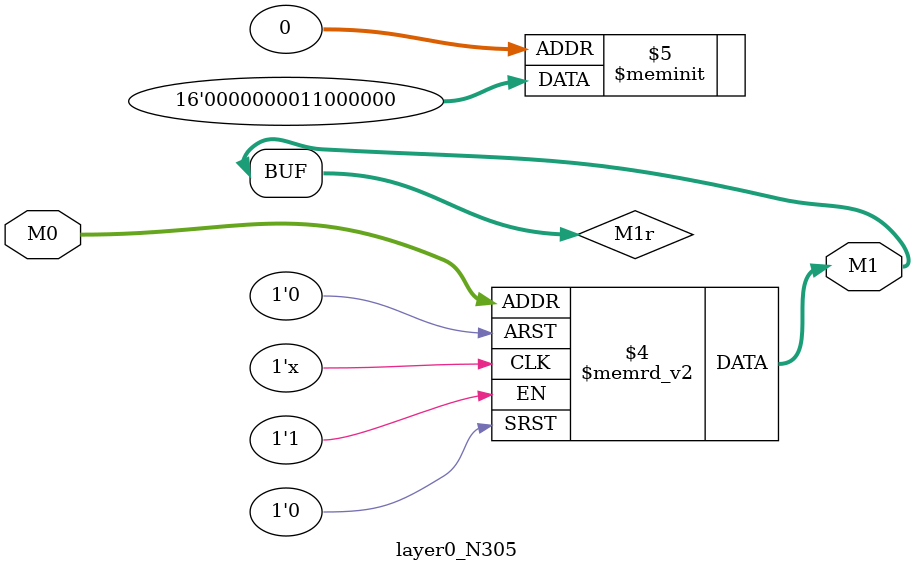
<source format=v>
module layer0_N305 ( input [2:0] M0, output [1:0] M1 );

	(*rom_style = "distributed" *) reg [1:0] M1r;
	assign M1 = M1r;
	always @ (M0) begin
		case (M0)
			3'b000: M1r = 2'b00;
			3'b100: M1r = 2'b00;
			3'b010: M1r = 2'b00;
			3'b110: M1r = 2'b00;
			3'b001: M1r = 2'b00;
			3'b101: M1r = 2'b00;
			3'b011: M1r = 2'b11;
			3'b111: M1r = 2'b00;

		endcase
	end
endmodule

</source>
